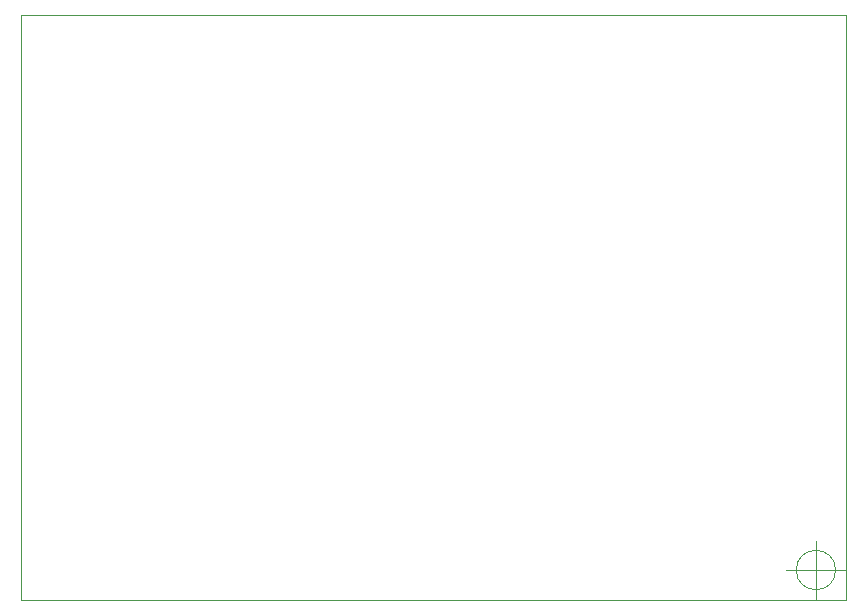
<source format=gbr>
G04 #@! TF.GenerationSoftware,KiCad,Pcbnew,(5.1.2-1)-1*
G04 #@! TF.CreationDate,2019-07-04T15:27:10+10:00*
G04 #@! TF.ProjectId,pcb_combined,7063625f-636f-46d6-9269-6e65642e6b69,rev?*
G04 #@! TF.SameCoordinates,Original*
G04 #@! TF.FileFunction,Profile,NP*
%FSLAX46Y46*%
G04 Gerber Fmt 4.6, Leading zero omitted, Abs format (unit mm)*
G04 Created by KiCad (PCBNEW (5.1.2-1)-1) date 2019-07-04 15:27:10*
%MOMM*%
%LPD*%
G04 APERTURE LIST*
%ADD10C,0.050000*%
G04 APERTURE END LIST*
D10*
X107076666Y-76200000D02*
G75*
G03X107076666Y-76200000I-1666666J0D01*
G01*
X102910000Y-76200000D02*
X107910000Y-76200000D01*
X105410000Y-73700000D02*
X105410000Y-78700000D01*
X107950000Y-29210000D02*
X38100000Y-29210000D01*
X107950000Y-78740000D02*
X107950000Y-29210000D01*
X38100000Y-78740000D02*
X107950000Y-78740000D01*
X38100000Y-29210000D02*
X38100000Y-78740000D01*
M02*

</source>
